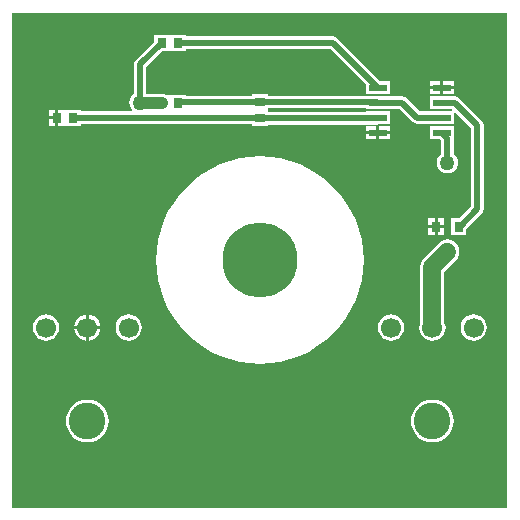
<source format=gbr>
G04 Layer_Physical_Order=1*
G04 Layer_Color=255*
%FSLAX26Y26*%
%MOIN*%
%TF.FileFunction,Copper,L1,Top,Signal*%
%TF.Part,Single*%
G01*
G75*
%TA.AperFunction,SMDPad,CuDef*%
%ADD10R,0.031496X0.035433*%
%ADD11R,0.031496X0.033465*%
%ADD12R,0.033465X0.031496*%
%ADD13R,0.061024X0.023622*%
%TA.AperFunction,ConnectorPad*%
%ADD14R,0.031496X0.033465*%
%TA.AperFunction,Conductor*%
%ADD15C,0.020000*%
%ADD16C,0.060000*%
%ADD17C,0.040000*%
%TA.AperFunction,ComponentPad*%
%ADD18C,0.066929*%
%ADD19C,0.122047*%
%TA.AperFunction,ViaPad*%
%ADD20C,0.250000*%
%ADD21C,0.050000*%
G36*
X1700000Y50000D02*
X50000D01*
Y1700000D01*
X1700000D01*
Y50000D01*
D02*
G37*
%LPC*%
G36*
X343181Y645000D02*
X305000D01*
Y606819D01*
X311346Y607654D01*
X321920Y612034D01*
X330999Y619001D01*
X337966Y628080D01*
X342346Y638654D01*
X343181Y645000D01*
D02*
G37*
G36*
X295000D02*
X256819D01*
X257654Y638654D01*
X262034Y628080D01*
X269001Y619001D01*
X278080Y612034D01*
X288654Y607654D01*
X295000Y606819D01*
Y645000D01*
D02*
G37*
G36*
X1587795Y693840D02*
X1576449Y692346D01*
X1565876Y687966D01*
X1556796Y680999D01*
X1549829Y671920D01*
X1545449Y661346D01*
X1543956Y650000D01*
X1545449Y638654D01*
X1549829Y628080D01*
X1556796Y619001D01*
X1565876Y612034D01*
X1576449Y607654D01*
X1587795Y606160D01*
X1599142Y607654D01*
X1609715Y612034D01*
X1618795Y619001D01*
X1625762Y628080D01*
X1630141Y638654D01*
X1631635Y650000D01*
X1630141Y661346D01*
X1625762Y671920D01*
X1618795Y680999D01*
X1609715Y687966D01*
X1599142Y692346D01*
X1587795Y693840D01*
D02*
G37*
G36*
X1457599Y981063D02*
X1436851D01*
Y958347D01*
X1457599D01*
Y981063D01*
D02*
G37*
G36*
X305000Y693181D02*
Y655000D01*
X343181D01*
X342346Y661346D01*
X337966Y671920D01*
X330999Y680999D01*
X321920Y687966D01*
X311346Y692346D01*
X305000Y693181D01*
D02*
G37*
G36*
X295000D02*
X288654Y692346D01*
X278080Y687966D01*
X269001Y680999D01*
X262034Y671920D01*
X257654Y661346D01*
X256819Y655000D01*
X295000D01*
Y693181D01*
D02*
G37*
G36*
X1500000Y943731D02*
X1489558Y942356D01*
X1479827Y938326D01*
X1471472Y931914D01*
X1421472Y881914D01*
X1415060Y873558D01*
X1411030Y863828D01*
X1409655Y853386D01*
X1409655Y853385D01*
Y666176D01*
X1407654Y661346D01*
X1406160Y650000D01*
X1407654Y638654D01*
X1412034Y628080D01*
X1419001Y619001D01*
X1428080Y612034D01*
X1438653Y607654D01*
X1450000Y606160D01*
X1461347Y607654D01*
X1471920Y612034D01*
X1480999Y619001D01*
X1487966Y628080D01*
X1492346Y638654D01*
X1493840Y650000D01*
X1492346Y661346D01*
X1490345Y666176D01*
Y836674D01*
X1528528Y874858D01*
X1534940Y883213D01*
X1538970Y892944D01*
X1540345Y903386D01*
X1538970Y913828D01*
X1534940Y923558D01*
X1528528Y931914D01*
X1520173Y938326D01*
X1510442Y942356D01*
X1500000Y943731D01*
D02*
G37*
G36*
X875000Y1220416D02*
X841143Y1218753D01*
X807613Y1213779D01*
X774731Y1205543D01*
X742815Y1194123D01*
X712172Y1179630D01*
X683097Y1162203D01*
X655870Y1142010D01*
X630754Y1119246D01*
X607990Y1094130D01*
X587797Y1066903D01*
X570370Y1037828D01*
X555877Y1007185D01*
X544457Y975269D01*
X536221Y942387D01*
X531247Y908857D01*
X529584Y875000D01*
X531247Y841143D01*
X536221Y807613D01*
X544457Y774731D01*
X555877Y742815D01*
X570370Y712172D01*
X587797Y683097D01*
X607990Y655870D01*
X630754Y630754D01*
X655870Y607990D01*
X683097Y587797D01*
X712172Y570370D01*
X742815Y555877D01*
X774731Y544457D01*
X807613Y536221D01*
X841143Y531247D01*
X875000Y529584D01*
X908857Y531247D01*
X942387Y536221D01*
X975269Y544457D01*
X1007185Y555877D01*
X1037828Y570370D01*
X1066903Y587797D01*
X1094130Y607990D01*
X1119246Y630754D01*
X1142010Y655870D01*
X1162203Y683097D01*
X1179630Y712172D01*
X1194123Y742815D01*
X1205543Y774731D01*
X1213779Y807613D01*
X1218753Y841143D01*
X1220416Y875000D01*
X1218753Y908857D01*
X1213779Y942387D01*
X1205543Y975269D01*
X1194123Y1007185D01*
X1179630Y1037828D01*
X1162203Y1066903D01*
X1142010Y1094130D01*
X1119246Y1119246D01*
X1094130Y1142010D01*
X1066903Y1162203D01*
X1037828Y1179630D01*
X1007185Y1194123D01*
X975269Y1205543D01*
X942387Y1213779D01*
X908857Y1218753D01*
X875000Y1220416D01*
D02*
G37*
G36*
X1450000Y409950D02*
X1436077Y408579D01*
X1422689Y404517D01*
X1410351Y397922D01*
X1399536Y389047D01*
X1390660Y378232D01*
X1384065Y365894D01*
X1380004Y352506D01*
X1378633Y338583D01*
X1380004Y324660D01*
X1384065Y311272D01*
X1390660Y298933D01*
X1399536Y288118D01*
X1410351Y279243D01*
X1422689Y272648D01*
X1436077Y268587D01*
X1450000Y267215D01*
X1463923Y268587D01*
X1477311Y272648D01*
X1489649Y279243D01*
X1500464Y288118D01*
X1509340Y298933D01*
X1515935Y311272D01*
X1519996Y324660D01*
X1521367Y338583D01*
X1519996Y352506D01*
X1515935Y365894D01*
X1509340Y378232D01*
X1500464Y389047D01*
X1489649Y397922D01*
X1477311Y404517D01*
X1463923Y408579D01*
X1450000Y409950D01*
D02*
G37*
G36*
X300000D02*
X286077Y408579D01*
X272689Y404517D01*
X260351Y397922D01*
X249536Y389047D01*
X240660Y378232D01*
X234065Y365894D01*
X230004Y352506D01*
X228633Y338583D01*
X230004Y324660D01*
X234065Y311272D01*
X240660Y298933D01*
X249536Y288118D01*
X260351Y279243D01*
X272689Y272648D01*
X286077Y268587D01*
X300000Y267215D01*
X313923Y268587D01*
X327311Y272648D01*
X339649Y279243D01*
X350464Y288118D01*
X359340Y298933D01*
X365935Y311272D01*
X369996Y324660D01*
X371367Y338583D01*
X369996Y352506D01*
X365935Y365894D01*
X359340Y378232D01*
X350464Y389047D01*
X339649Y397922D01*
X327311Y404517D01*
X313923Y408579D01*
X300000Y409950D01*
D02*
G37*
G36*
X1312205Y693840D02*
X1300858Y692346D01*
X1290285Y687966D01*
X1281205Y680999D01*
X1274238Y671920D01*
X1269859Y661346D01*
X1268365Y650000D01*
X1269859Y638654D01*
X1274238Y628080D01*
X1281205Y619001D01*
X1290285Y612034D01*
X1300858Y607654D01*
X1312205Y606160D01*
X1323551Y607654D01*
X1334124Y612034D01*
X1343204Y619001D01*
X1350171Y628080D01*
X1354551Y638654D01*
X1356044Y650000D01*
X1354551Y661346D01*
X1350171Y671920D01*
X1343204Y680999D01*
X1334124Y687966D01*
X1323551Y692346D01*
X1312205Y693840D01*
D02*
G37*
G36*
X437795D02*
X426449Y692346D01*
X415875Y687966D01*
X406796Y680999D01*
X399829Y671920D01*
X395450Y661346D01*
X393956Y650000D01*
X395450Y638654D01*
X399829Y628080D01*
X406796Y619001D01*
X415875Y612034D01*
X426449Y607654D01*
X437795Y606160D01*
X449142Y607654D01*
X459715Y612034D01*
X468795Y619001D01*
X475762Y628080D01*
X480141Y638654D01*
X481635Y650000D01*
X480141Y661346D01*
X475762Y671920D01*
X468795Y680999D01*
X459715Y687966D01*
X449142Y692346D01*
X437795Y693840D01*
D02*
G37*
G36*
X162205D02*
X150858Y692346D01*
X140285Y687966D01*
X131205Y680999D01*
X124239Y671920D01*
X119859Y661346D01*
X118365Y650000D01*
X119859Y638654D01*
X124239Y628080D01*
X131205Y619001D01*
X140285Y612034D01*
X150858Y607654D01*
X162205Y606160D01*
X173551Y607654D01*
X184125Y612034D01*
X193204Y619001D01*
X200171Y628080D01*
X204550Y638654D01*
X206044Y650000D01*
X204550Y661346D01*
X200171Y671920D01*
X193204Y680999D01*
X184125Y687966D01*
X173551Y692346D01*
X162205Y693840D01*
D02*
G37*
G36*
X1488347Y981063D02*
X1467599D01*
Y958347D01*
X1488347D01*
Y981063D01*
D02*
G37*
G36*
X576811Y1626732D02*
X573189D01*
X571811Y1626732D01*
X521693D01*
Y1603090D01*
X460581Y1541978D01*
X456160Y1535363D01*
X454608Y1527559D01*
Y1428469D01*
X450038Y1424962D01*
X444428Y1417651D01*
X440901Y1409137D01*
X439698Y1400000D01*
X440901Y1390863D01*
X444428Y1382349D01*
X449766Y1375392D01*
X449302Y1372870D01*
X448461Y1370392D01*
X278307D01*
Y1376732D01*
X228189D01*
X226811Y1376732D01*
X223189D01*
X221811Y1376732D01*
X202441D01*
Y1350000D01*
Y1323268D01*
X221811D01*
X223189Y1323268D01*
X226811D01*
X228189Y1323268D01*
X278307D01*
Y1329608D01*
X848268D01*
Y1321693D01*
X901732D01*
Y1327049D01*
X1266142D01*
X1271872Y1328189D01*
X1309213D01*
Y1371811D01*
X1228189D01*
Y1367833D01*
X901732D01*
Y1373189D01*
X901732D01*
Y1376811D01*
X901732D01*
Y1382167D01*
X1228189D01*
Y1378189D01*
X1309213D01*
Y1379608D01*
X1341553D01*
X1385581Y1335581D01*
X1392196Y1331160D01*
X1400000Y1329608D01*
X1440787D01*
Y1328189D01*
X1521811D01*
Y1367280D01*
X1526811Y1369351D01*
X1579608Y1316553D01*
Y1053171D01*
X1540217Y1013780D01*
X1511654D01*
Y958347D01*
X1563150D01*
Y979036D01*
X1614419Y1030305D01*
X1614419Y1030305D01*
X1618840Y1036921D01*
X1620392Y1044725D01*
Y1325000D01*
X1618840Y1332804D01*
X1614419Y1339419D01*
X1539419Y1414419D01*
X1532804Y1418840D01*
X1525000Y1420392D01*
X1521811D01*
Y1421811D01*
X1440787D01*
Y1378189D01*
X1514509D01*
X1515430Y1376811D01*
X1512757Y1371811D01*
X1440787D01*
Y1370392D01*
X1408447D01*
X1364419Y1414419D01*
X1357804Y1418840D01*
X1350000Y1420392D01*
X1309213D01*
Y1421811D01*
X1271872D01*
X1266142Y1422951D01*
X901732D01*
Y1428307D01*
X848268D01*
Y1422951D01*
X628307D01*
Y1426732D01*
X576811D01*
X576811Y1426733D01*
X573189D01*
Y1426732D01*
X571811Y1426732D01*
X561297D01*
X555273Y1429228D01*
X547441Y1430259D01*
X495392D01*
Y1519112D01*
X549547Y1573268D01*
X571811D01*
X573189Y1573268D01*
X576811D01*
X578189Y1573268D01*
X628307D01*
Y1579608D01*
X1110254D01*
X1228189Y1461673D01*
Y1428189D01*
X1309213D01*
Y1471811D01*
X1275728D01*
X1133120Y1614419D01*
X1126504Y1618840D01*
X1118701Y1620392D01*
X628307D01*
Y1626732D01*
X578189D01*
X576811Y1626732D01*
D02*
G37*
G36*
X192441Y1376732D02*
X171693D01*
Y1355000D01*
X192441D01*
Y1376732D01*
D02*
G37*
G36*
Y1345000D02*
X171693D01*
Y1323268D01*
X192441D01*
Y1345000D01*
D02*
G37*
G36*
X1476299Y1445000D02*
X1440787D01*
Y1428189D01*
X1476299D01*
Y1445000D01*
D02*
G37*
G36*
X1521811Y1471811D02*
X1486299D01*
Y1455000D01*
X1521811D01*
Y1471811D01*
D02*
G37*
G36*
X1476299D02*
X1440787D01*
Y1455000D01*
X1476299D01*
Y1471811D01*
D02*
G37*
G36*
X1521811Y1445000D02*
X1486299D01*
Y1428189D01*
X1521811D01*
Y1445000D01*
D02*
G37*
G36*
Y1321811D02*
X1440787D01*
Y1278189D01*
X1474272D01*
X1479608Y1272853D01*
Y1228469D01*
X1475038Y1224962D01*
X1469428Y1217651D01*
X1465901Y1209137D01*
X1464698Y1200000D01*
X1465901Y1190863D01*
X1469428Y1182349D01*
X1475038Y1175038D01*
X1482349Y1169428D01*
X1490863Y1165901D01*
X1500000Y1164698D01*
X1509137Y1165901D01*
X1517651Y1169428D01*
X1524962Y1175038D01*
X1530572Y1182349D01*
X1534099Y1190863D01*
X1535302Y1200000D01*
X1534099Y1209137D01*
X1530572Y1217651D01*
X1524962Y1224962D01*
X1520392Y1228469D01*
Y1278189D01*
X1521811D01*
Y1321811D01*
D02*
G37*
G36*
X1488347Y1013780D02*
X1467599D01*
Y991063D01*
X1488347D01*
Y1013780D01*
D02*
G37*
G36*
X1457599D02*
X1436851D01*
Y991063D01*
X1457599D01*
Y1013780D01*
D02*
G37*
G36*
X1263701Y1295000D02*
X1228189D01*
Y1278189D01*
X1263701D01*
Y1295000D01*
D02*
G37*
G36*
X1309213Y1321811D02*
X1273701D01*
Y1305000D01*
X1309213D01*
Y1321811D01*
D02*
G37*
G36*
X1263701D02*
X1228189D01*
Y1305000D01*
X1263701D01*
Y1321811D01*
D02*
G37*
G36*
X1309213Y1295000D02*
X1273701D01*
Y1278189D01*
X1309213D01*
Y1295000D01*
D02*
G37*
%LPD*%
D10*
X1500000Y903386D02*
D03*
X1462599Y986063D02*
D03*
X1537402D02*
D03*
D11*
X602559Y1400000D02*
D03*
X547441D02*
D03*
X602559Y1600000D02*
D03*
X547441D02*
D03*
D12*
X875000Y1347441D02*
D03*
Y1402559D02*
D03*
D13*
X1481299Y1300000D02*
D03*
Y1350000D02*
D03*
Y1400000D02*
D03*
Y1450000D02*
D03*
X1268701Y1300000D02*
D03*
Y1350000D02*
D03*
Y1400000D02*
D03*
Y1450000D02*
D03*
D14*
X197441Y1350000D02*
D03*
X252559D02*
D03*
D15*
X1541339Y986063D02*
X1600000Y1044725D01*
X1537402Y986063D02*
X1541339D01*
X1481299Y1300000D02*
X1500000Y1281299D01*
Y1200000D02*
Y1281299D01*
X1268701Y1400000D02*
X1350000D01*
X1400000Y1350000D01*
X1481299D01*
X875000Y1347441D02*
X1266142D01*
X1268701Y1350000D01*
X875000Y1402559D02*
X1266142D01*
X1268701Y1400000D01*
X605118Y1402559D02*
X875000D01*
X602559Y1400000D02*
X605118Y1402559D01*
X602559Y1600000D02*
X1118701D01*
X1268701Y1450000D01*
X475000Y1527559D02*
X547441Y1600000D01*
X475000Y1400000D02*
Y1527559D01*
X252559Y1350000D02*
X872441D01*
X875000Y1347441D01*
X1600000Y1044725D02*
Y1325000D01*
X1525000Y1400000D02*
X1600000Y1325000D01*
X1481299Y1400000D02*
X1525000D01*
D16*
X1450000Y650000D02*
Y853386D01*
X1500000Y903386D01*
D17*
X475000Y1400000D02*
X547441D01*
D18*
X1312205Y650000D02*
D03*
X1450000D02*
D03*
X1587795D02*
D03*
X162205D02*
D03*
X300000D02*
D03*
X437795D02*
D03*
D19*
X1450000Y338583D02*
D03*
X300000D02*
D03*
D20*
X875000Y875000D02*
D03*
D21*
X1500000Y1200000D02*
D03*
X475000Y1400000D02*
D03*
%TF.MD5,d54e5d9779729095e327984b15c38e87*%
M02*

</source>
